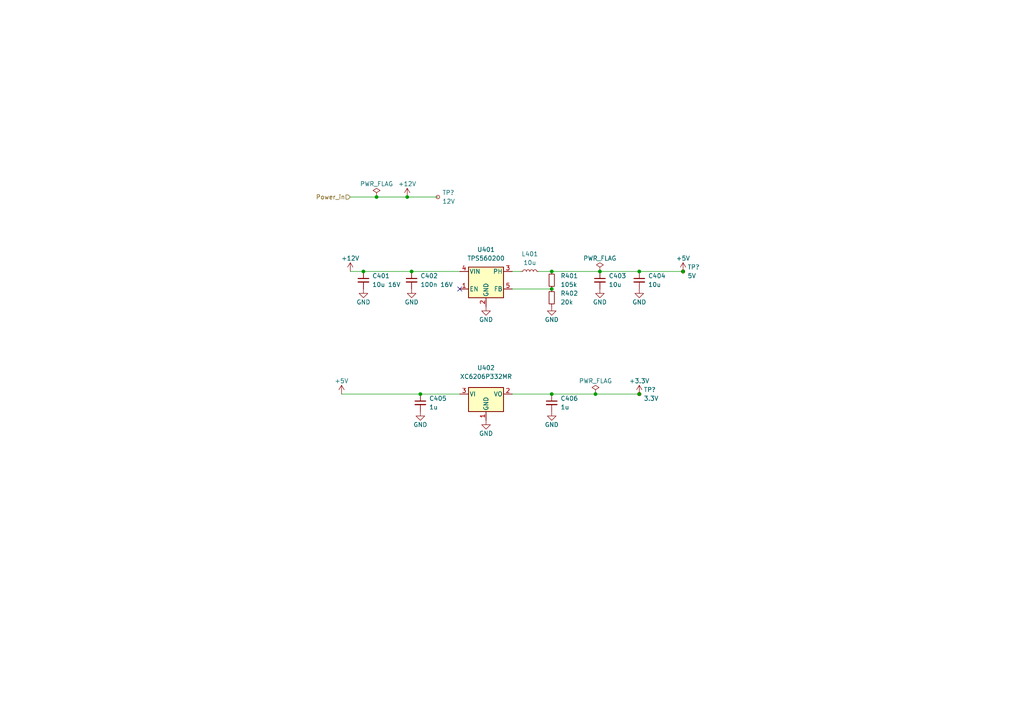
<source format=kicad_sch>
(kicad_sch (version 20211123) (generator eeschema)
  (paper "A4")
  (title_block (title "led-efficiency-measurement - POWER") (date "2023-01-24") (rev "0.1") (comment 4 "Unless specified, all capacitors should be rated for 10V or higher"))
  (lib_symbols
    (symbol "Device:C_Small" (pin_numbers hide) (pin_names (offset 0.254) hide)
      (property "Reference" "C" (at 0.254 1.778 0))
      (property "Value" "C_Small" (at 0.254 -2.032 0))
      (symbol "C_Small_0_1"
        (polyline (pts (xy -1.524 -0.508) (xy 1.524 -0.508)) (stroke (width 0.3302)))
        (polyline (pts (xy -1.524 0.508) (xy 1.524 0.508)) (stroke (width 0.3048)))
      )
      (symbol "C_Small_1_1"
        (pin passive line (at 0 2.54 270) (length 2.032) (name "~") (number "1"))
        (pin passive line (at 0 -2.54 90) (length 2.032) (name "~") (number "2"))
      )
    )
    (symbol "Device:L_Small" (pin_numbers hide) (pin_names (offset 0.254) hide)
      (property "Reference" "L" (at 0.762 1.016 0))
      (property "Value" "L_Small" (at 0.762 -1.016 0))
      (symbol "L_Small_0_1"
        (arc (start 0 -2.032) (mid 0.508 -1.524) (end 0 -1.016))
        (arc (start 0 -1.016) (mid 0.508 -0.508) (end 0 0))
        (arc (start 0 0) (mid 0.508 0.508) (end 0 1.016))
        (arc (start 0 1.016) (mid 0.508 1.524) (end 0 2.032))
      )
      (symbol "L_Small_1_1"
        (pin passive line (at 0 2.54 270) (length 0.508) (name "~") (number "1"))
        (pin passive line (at 0 -2.54 90) (length 0.508) (name "~") (number "2"))
      )
    )
    (symbol "Device:R_Small" (pin_numbers hide) (pin_names (offset 0.254) hide)
      (property "Reference" "R" (at 0.762 0.508 0))
      (property "Value" "R_Small" (at 0.762 -1.016 0))
      (symbol "R_Small_0_1"
        (rectangle (start -0.762 1.778) (end 0.762 -1.778) (stroke (width 0.2032)))
      )
      (symbol "R_Small_1_1"
        (pin passive line (at 0 2.54 270) (length 0.762) (name "~") (number "1"))
        (pin passive line (at 0 -2.54 90) (length 0.762) (name "~") (number "2"))
      )
    )
    (symbol "Regulator_Linear:XC6206PxxxMR" (pin_names (offset 0.254))
      (property "Reference" "U" (at -3.81 3.175 0))
      (property "Value" "XC6206PxxxMR" (at 0 3.175 0))
      (symbol "XC6206PxxxMR_0_1"
        (rectangle (start -5.08 1.905) (end 5.08 -5.08) (stroke (width 0.254)) (fill (type background)))
      )
      (symbol "XC6206PxxxMR_1_1"
        (pin power_in line (at 0 -7.62 90) (length 2.54) (name "GND") (number "1"))
        (pin power_out line (at 7.62 0 180) (length 2.54) (name "VO") (number "2"))
        (pin power_in line (at -7.62 0 0) (length 2.54) (name "VI") (number "3"))
      )
    )
    (symbol "Regulator_Switching:TPS560200" (pin_names (offset 0.254))
      (property "Reference" "U" (at -5.08 5.08 0))
      (property "Value" "TPS560200" (at 0 5.08 0))
      (symbol "TPS560200_0_1"
        (rectangle (start -5.08 3.81) (end 5.08 -5.08) (stroke (width 0.254)) (fill (type background)))
      )
      (symbol "TPS560200_1_1"
        (pin input line (at -7.62 -2.54 0) (length 2.54) (name "EN") (number "1"))
        (pin power_in line (at 0 -7.62 90) (length 2.54) (name "GND") (number "2"))
        (pin power_out line (at 7.62 2.54 180) (length 2.54) (name "PH") (number "3"))
        (pin power_in line (at -7.62 2.54 0) (length 2.54) (name "VIN") (number "4"))
        (pin input line (at 7.62 -2.54 180) (length 2.54) (name "FB") (number "5"))
      )
    )
    (symbol "Seppl_Testpoint:TestPoint_Small" (pin_numbers hide) (pin_names (offset 0.762) hide) (in_bom no)
      (property "Reference" "TP" (at 0 3.81 0))
      (property "Value" "TestPoint_Small" (at 0 2.032 0))
      (symbol "TestPoint_Small_0_1"
        (circle (center 0 0) (radius 0.508))
      )
      (symbol "TestPoint_Small_1_1"
        (pin passive line (at 0 0 90) (length 0) (name "1") (number "1"))
      )
    )
    (symbol "power:+12V" (power) (pin_names (offset 0))
      (property "Value" "+12V" (at 0 3.556 0))
      (symbol "+12V_0_1"
        (polyline (pts (xy -0.762 1.27) (xy 0 2.54)))
        (polyline (pts (xy 0 0) (xy 0 2.54)))
        (polyline (pts (xy 0 2.54) (xy 0.762 1.27)))
      )
      (symbol "+12V_1_1"
        (pin power_in line (at 0 0 90) (length 0) hide (name "+12V") (number "1"))
      )
    )
    (symbol "power:+3.3V" (power) (pin_names (offset 0))
      (property "Value" "+3.3V" (at 0 3.556 0))
      (symbol "+3.3V_0_1"
        (polyline (pts (xy -0.762 1.27) (xy 0 2.54)))
        (polyline (pts (xy 0 0) (xy 0 2.54)))
        (polyline (pts (xy 0 2.54) (xy 0.762 1.27)))
      )
      (symbol "+3.3V_1_1"
        (pin power_in line (at 0 0 90) (length 0) hide (name "+3.3V") (number "1"))
      )
    )
    (symbol "power:+5V" (power) (pin_names (offset 0))
      (property "Value" "+5V" (at 0 3.556 0))
      (symbol "+5V_0_1"
        (polyline (pts (xy -0.762 1.27) (xy 0 2.54)))
        (polyline (pts (xy 0 0) (xy 0 2.54)))
        (polyline (pts (xy 0 2.54) (xy 0.762 1.27)))
      )
      (symbol "+5V_1_1"
        (pin power_in line (at 0 0 90) (length 0) hide (name "+5V") (number "1"))
      )
    )
    (symbol "power:GND" (power) (pin_names (offset 0))
      (property "Value" "GND" (at 0 -3.81 0))
      (symbol "GND_0_1"
        (polyline (pts (xy 0 0) (xy 0 -1.27) (xy 1.27 -1.27) (xy 0 -2.54) (xy -1.27 -1.27) (xy 0 -1.27)))
      )
      (symbol "GND_1_1"
        (pin power_in line (at 0 0 270) (length 0) hide (name "GND") (number "1"))
      )
    )
    (symbol "power:PWR_FLAG" (power) (pin_numbers hide) (pin_names (offset 0) hide)
      (property "Value" "PWR_FLAG" (at 0 3.81 0))
      (symbol "PWR_FLAG_0_0"
        (pin power_out line (at 0 0 90) (length 0) (name "pwr") (number "1"))
      )
      (symbol "PWR_FLAG_0_1"
        (polyline (pts (xy 0 0) (xy 0 1.27) (xy -1.016 1.905) (xy 0 2.54) (xy 1.016 1.905) (xy 0 1.27)))
      )
    )
  )
  (junction (at 105.41 78.74))
  (junction (at 160.02 114.3))
  (junction (at 185.42 78.74))
  (junction (at 172.72 114.3))
  (junction (at 160.02 83.82))
  (junction (at 160.02 78.74))
  (junction (at 185.42 114.3))
  (junction (at 121.92 114.3))
  (junction (at 109.22 57.15))
  (junction (at 118.11 57.15))
  (junction (at 198.12 78.74))
  (junction (at 173.99 78.74))
  (junction (at 119.38 78.74))
  (no_connect (at 133.35 83.82))
  (wire (pts (xy 118.11 57.15) (xy 127 57.15)))
  (wire (pts (xy 160.02 78.74) (xy 173.99 78.74)))
  (wire (pts (xy 101.6 57.15) (xy 109.22 57.15)))
  (wire (pts (xy 109.22 57.15) (xy 118.11 57.15)))
  (wire (pts (xy 185.42 78.74) (xy 198.12 78.74)))
  (wire (pts (xy 172.72 114.3) (xy 160.02 114.3)))
  (wire (pts (xy 185.42 114.3) (xy 172.72 114.3)))
  (wire (pts (xy 101.6 78.74) (xy 105.41 78.74)))
  (wire (pts (xy 156.21 78.74) (xy 160.02 78.74)))
  (wire (pts (xy 148.59 114.3) (xy 160.02 114.3)))
  (wire (pts (xy 99.06 114.3) (xy 121.92 114.3)))
  (wire (pts (xy 148.59 78.74) (xy 151.13 78.74)))
  (wire (pts (xy 121.92 114.3) (xy 133.35 114.3)))
  (wire (pts (xy 105.41 78.74) (xy 119.38 78.74)))
  (wire (pts (xy 119.38 78.74) (xy 133.35 78.74)))
  (wire (pts (xy 173.99 78.74) (xy 185.42 78.74)))
  (wire (pts (xy 148.59 83.82) (xy 160.02 83.82)))
  (hierarchical_label "Power_in" (shape input) (at 101.6 57.15 180))
  (symbol (lib_id "Device:R_Small") (at 160.02 86.36 0) (unit 1)
    (property "Reference" "R402" (at 162.56 85.0899 0) (effects (justify left)))
    (property "Value" "20k" (at 162.56 87.6299 0) (effects (justify left)))
    (property "Footprint" "Resistor_SMD:R_0805_2012Metric_Pad1.20x1.40mm_HandSolder" (effects hide))
  )
  (symbol (lib_id "power:PWR_FLAG") (at 109.22 57.15 0) (unit 1)
    (property "Reference" "#FLG0401" (effects hide))
    (property "Value" "PWR_FLAG" (at 109.22 53.34 0))
  )
  (symbol (lib_id "Device:C_Small") (at 160.02 116.84 0) (unit 1)
    (property "Reference" "C406" (at 162.56 115.5762 0) (effects (justify left)))
    (property "Value" "1u" (at 162.56 118.1162 0) (effects (justify left)))
    (property "Footprint" "Capacitor_SMD:C_0805_2012Metric_Pad1.18x1.45mm_HandSolder" (effects hide))
  )
  (symbol (lib_id "Device:C_Small") (at 105.41 81.28 0) (unit 1)
    (property "Reference" "C401" (at 107.95 80.0162 0) (effects (justify left)))
    (property "Value" "10u 16V" (at 107.95 82.5562 0) (effects (justify left)))
    (property "Footprint" "Capacitor_SMD:C_0805_2012Metric_Pad1.18x1.45mm_HandSolder" (effects hide))
  )
  (symbol (lib_id "Seppl_Testpoint:TestPoint_Small") (at 185.42 114.3 0) (unit 1) (in_bom no)
    (property "Reference" "TP?" (at 186.69 113.0299 0) (effects (justify left)))
    (property "Value" "3.3V" (at 186.69 115.5699 0) (effects (justify left)))
  )
  (symbol (lib_id "power:PWR_FLAG") (at 172.72 114.3 0) (unit 1)
    (property "Reference" "#FLG0403" (effects hide))
    (property "Value" "PWR_FLAG" (at 172.72 110.49 0))
  )
  (symbol (lib_id "power:GND") (at 173.99 83.82 0) (unit 1)
    (property "Reference" "#PWR0405" (effects hide))
    (property "Value" "GND" (at 173.99 87.63 0))
  )
  (symbol (lib_id "power:+5V") (at 99.06 114.3 0) (unit 1)
    (property "Reference" "#PWR0409" (effects hide))
    (property "Value" "+5V" (at 99.06 110.49 0))
  )
  (symbol (lib_id "power:GND") (at 160.02 119.38 0) (unit 1)
    (property "Reference" "#PWR0412" (effects hide))
    (property "Value" "GND" (at 160.02 123.19 0))
  )
  (symbol (lib_id "power:+5V") (at 198.12 78.74 0) (unit 1)
    (property "Reference" "#PWR0402" (effects hide))
    (property "Value" "+5V" (at 198.12 74.93 0))
  )
  (symbol (lib_id "power:GND") (at 121.92 119.38 0) (unit 1)
    (property "Reference" "#PWR0411" (effects hide))
    (property "Value" "GND" (at 121.92 123.19 0))
  )
  (symbol (lib_id "Seppl_Testpoint:TestPoint_Small") (at 198.12 78.74 0) (unit 1) (in_bom no)
    (property "Reference" "TP?" (at 199.39 77.4699 0) (effects (justify left)))
    (property "Value" "5V" (at 199.39 80.0099 0) (effects (justify left)))
  )
  (symbol (lib_id "Seppl_Testpoint:TestPoint_Small") (at 127 57.15 0) (unit 1) (in_bom no)
    (property "Reference" "TP?" (at 128.27 55.8799 0) (effects (justify left)))
    (property "Value" "12V" (at 128.27 58.4199 0) (effects (justify left)))
  )
  (symbol (lib_id "power:+3.3V") (at 185.42 114.3 0) (unit 1)
    (property "Reference" "#PWR0410" (effects hide))
    (property "Value" "+3.3V" (at 185.42 110.49 0))
  )
  (symbol (lib_id "Device:C_Small") (at 119.38 81.28 0) (unit 1)
    (property "Reference" "C402" (at 121.92 80.0162 0) (effects (justify left)))
    (property "Value" "100n 16V" (at 121.92 82.5562 0) (effects (justify left)))
    (property "Footprint" "Capacitor_SMD:C_0805_2012Metric_Pad1.18x1.45mm_HandSolder" (effects hide))
  )
  (symbol (lib_id "Regulator_Switching:TPS560200") (at 140.97 81.28 0) (unit 1)
    (property "Reference" "U401" (at 140.97 72.39 0))
    (property "Value" "TPS560200" (at 140.97 74.93 0))
    (property "Footprint" "Package_TO_SOT_SMD:SOT-23-5" (effects hide))
    (property "Datasheet" "http://www.ti.com/lit/ds/symlink/tps560200.pdf" (effects hide))
  )
  (symbol (lib_id "Device:R_Small") (at 160.02 81.28 0) (unit 1)
    (property "Reference" "R401" (at 162.56 80.0099 0) (effects (justify left)))
    (property "Value" "105k" (at 162.56 82.5499 0) (effects (justify left)))
    (property "Footprint" "Resistor_SMD:R_0805_2012Metric_Pad1.20x1.40mm_HandSolder" (effects hide))
  )
  (symbol (lib_id "power:GND") (at 185.42 83.82 0) (unit 1)
    (property "Reference" "#PWR0406" (effects hide))
    (property "Value" "GND" (at 185.42 87.63 0))
  )
  (symbol (lib_id "power:GND") (at 140.97 121.92 0) (unit 1)
    (property "Reference" "#PWR0413" (effects hide))
    (property "Value" "GND" (at 140.97 125.73 0))
  )
  (symbol (lib_id "power:GND") (at 105.41 83.82 0) (unit 1)
    (property "Reference" "#PWR0403" (effects hide))
    (property "Value" "GND" (at 105.41 87.63 0))
  )
  (symbol (lib_id "power:GND") (at 160.02 88.9 0) (unit 1)
    (property "Reference" "#PWR0408" (effects hide))
    (property "Value" "GND" (at 160.02 92.71 0))
  )
  (symbol (lib_id "Device:C_Small") (at 173.99 81.28 0) (unit 1)
    (property "Reference" "C403" (at 176.53 80.0162 0) (effects (justify left)))
    (property "Value" "10u" (at 176.53 82.5562 0) (effects (justify left)))
    (property "Footprint" "Capacitor_SMD:C_0805_2012Metric_Pad1.18x1.45mm_HandSolder" (effects hide))
  )
  (symbol (lib_id "Regulator_Linear:XC6206PxxxMR") (at 140.97 114.3 0) (unit 1)
    (property "Reference" "U402" (at 140.97 106.68 0))
    (property "Value" "XC6206P332MR" (at 140.97 109.22 0))
    (property "Footprint" "Package_TO_SOT_SMD:SOT-23-3" (effects hide))
    (property "Datasheet" "https://www.torexsemi.com/file/xc6206/XC6206.pdf" (effects hide))
  )
  (symbol (lib_id "Device:C_Small") (at 121.92 116.84 0) (unit 1)
    (property "Reference" "C405" (at 124.46 115.5762 0) (effects (justify left)))
    (property "Value" "1u" (at 124.46 118.1162 0) (effects (justify left)))
    (property "Footprint" "Capacitor_SMD:C_0805_2012Metric_Pad1.18x1.45mm_HandSolder" (effects hide))
  )
  (symbol (lib_id "Device:L_Small") (at 153.67 78.74 90) (unit 1)
    (property "Reference" "L401" (at 153.67 73.66 90))
    (property "Value" "10u" (at 153.67 76.2 90))
    (property "Footprint" "Seppl_Inductor_SMD:L_GI323020" (effects hide))
  )
  (symbol (lib_id "power:PWR_FLAG") (at 173.99 78.74 0) (unit 1)
    (property "Reference" "#FLG0402" (effects hide))
    (property "Value" "PWR_FLAG" (at 173.99 74.93 0))
  )
  (symbol (lib_id "power:+12V") (at 101.6 78.74 0) (unit 1)
    (property "Reference" "#PWR?" (effects hide))
    (property "Value" "+12V" (at 101.6 74.93 0))
  )
  (symbol (lib_id "power:+12V") (at 118.11 57.15 0) (unit 1)
    (property "Reference" "#PWR0401" (effects hide))
    (property "Value" "+12V" (at 118.11 53.34 0))
  )
  (symbol (lib_id "power:GND") (at 140.97 88.9 0) (unit 1)
    (property "Reference" "#PWR0407" (effects hide))
    (property "Value" "GND" (at 140.97 92.71 0))
  )
  (symbol (lib_id "power:GND") (at 119.38 83.82 0) (unit 1)
    (property "Reference" "#PWR0404" (effects hide))
    (property "Value" "GND" (at 119.38 87.63 0))
  )
  (symbol (lib_id "Device:C_Small") (at 185.42 81.28 0) (unit 1)
    (property "Reference" "C404" (at 187.96 80.0162 0) (effects (justify left)))
    (property "Value" "10u" (at 187.96 82.5562 0) (effects (justify left)))
    (property "Footprint" "Capacitor_SMD:C_0805_2012Metric_Pad1.18x1.45mm_HandSolder" (effects hide))
  )
)
</source>
